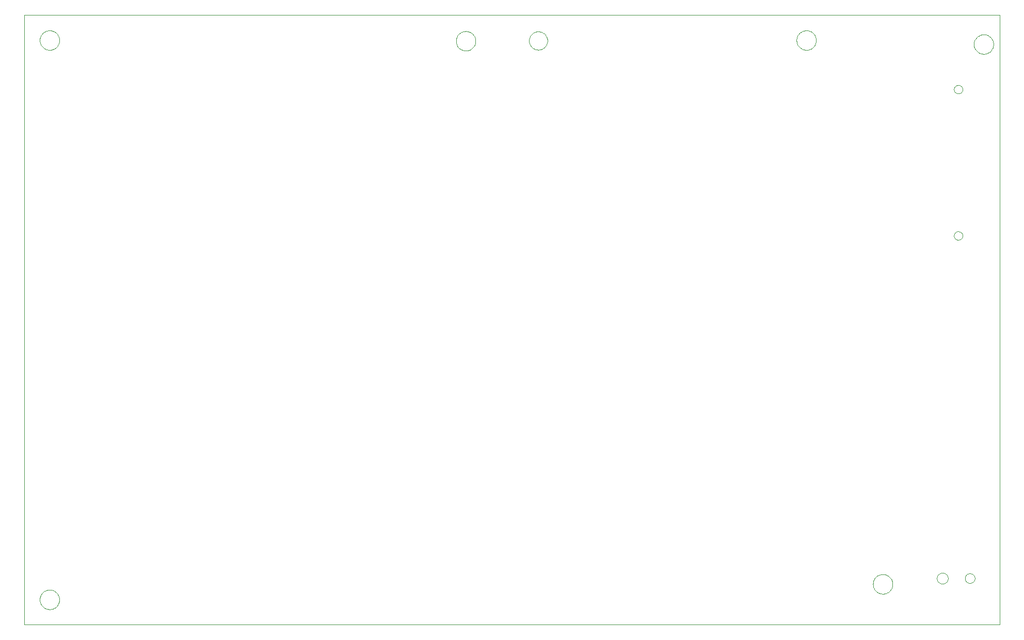
<source format=gbp>
G75*
G70*
%OFA0B0*%
%FSLAX24Y24*%
%IPPOS*%
%LPD*%
%AMOC8*
5,1,8,0,0,1.08239X$1,22.5*
%
%ADD10C,0.0000*%
D10*
X000750Y000400D02*
X000750Y039770D01*
X063742Y039770D01*
X063742Y000400D01*
X000750Y000400D01*
X001745Y002025D02*
X001747Y002075D01*
X001753Y002125D01*
X001763Y002174D01*
X001777Y002222D01*
X001794Y002269D01*
X001815Y002314D01*
X001840Y002358D01*
X001868Y002399D01*
X001900Y002438D01*
X001934Y002475D01*
X001971Y002509D01*
X002011Y002539D01*
X002053Y002566D01*
X002097Y002590D01*
X002143Y002611D01*
X002190Y002627D01*
X002238Y002640D01*
X002288Y002649D01*
X002337Y002654D01*
X002388Y002655D01*
X002438Y002652D01*
X002487Y002645D01*
X002536Y002634D01*
X002584Y002619D01*
X002630Y002601D01*
X002675Y002579D01*
X002718Y002553D01*
X002759Y002524D01*
X002798Y002492D01*
X002834Y002457D01*
X002866Y002419D01*
X002896Y002379D01*
X002923Y002336D01*
X002946Y002292D01*
X002965Y002246D01*
X002981Y002198D01*
X002993Y002149D01*
X003001Y002100D01*
X003005Y002050D01*
X003005Y002000D01*
X003001Y001950D01*
X002993Y001901D01*
X002981Y001852D01*
X002965Y001804D01*
X002946Y001758D01*
X002923Y001714D01*
X002896Y001671D01*
X002866Y001631D01*
X002834Y001593D01*
X002798Y001558D01*
X002759Y001526D01*
X002718Y001497D01*
X002675Y001471D01*
X002630Y001449D01*
X002584Y001431D01*
X002536Y001416D01*
X002487Y001405D01*
X002438Y001398D01*
X002388Y001395D01*
X002337Y001396D01*
X002288Y001401D01*
X002238Y001410D01*
X002190Y001423D01*
X002143Y001439D01*
X002097Y001460D01*
X002053Y001484D01*
X002011Y001511D01*
X001971Y001541D01*
X001934Y001575D01*
X001900Y001612D01*
X001868Y001651D01*
X001840Y001692D01*
X001815Y001736D01*
X001794Y001781D01*
X001777Y001828D01*
X001763Y001876D01*
X001753Y001925D01*
X001747Y001975D01*
X001745Y002025D01*
X055558Y003025D02*
X055560Y003075D01*
X055566Y003125D01*
X055576Y003174D01*
X055590Y003222D01*
X055607Y003269D01*
X055628Y003314D01*
X055653Y003358D01*
X055681Y003399D01*
X055713Y003438D01*
X055747Y003475D01*
X055784Y003509D01*
X055824Y003539D01*
X055866Y003566D01*
X055910Y003590D01*
X055956Y003611D01*
X056003Y003627D01*
X056051Y003640D01*
X056101Y003649D01*
X056150Y003654D01*
X056201Y003655D01*
X056251Y003652D01*
X056300Y003645D01*
X056349Y003634D01*
X056397Y003619D01*
X056443Y003601D01*
X056488Y003579D01*
X056531Y003553D01*
X056572Y003524D01*
X056611Y003492D01*
X056647Y003457D01*
X056679Y003419D01*
X056709Y003379D01*
X056736Y003336D01*
X056759Y003292D01*
X056778Y003246D01*
X056794Y003198D01*
X056806Y003149D01*
X056814Y003100D01*
X056818Y003050D01*
X056818Y003000D01*
X056814Y002950D01*
X056806Y002901D01*
X056794Y002852D01*
X056778Y002804D01*
X056759Y002758D01*
X056736Y002714D01*
X056709Y002671D01*
X056679Y002631D01*
X056647Y002593D01*
X056611Y002558D01*
X056572Y002526D01*
X056531Y002497D01*
X056488Y002471D01*
X056443Y002449D01*
X056397Y002431D01*
X056349Y002416D01*
X056300Y002405D01*
X056251Y002398D01*
X056201Y002395D01*
X056150Y002396D01*
X056101Y002401D01*
X056051Y002410D01*
X056003Y002423D01*
X055956Y002439D01*
X055910Y002460D01*
X055866Y002484D01*
X055824Y002511D01*
X055784Y002541D01*
X055747Y002575D01*
X055713Y002612D01*
X055681Y002651D01*
X055653Y002692D01*
X055628Y002736D01*
X055607Y002781D01*
X055590Y002828D01*
X055576Y002876D01*
X055566Y002925D01*
X055560Y002975D01*
X055558Y003025D01*
X059687Y003400D02*
X059689Y003437D01*
X059695Y003474D01*
X059704Y003509D01*
X059718Y003544D01*
X059734Y003577D01*
X059755Y003608D01*
X059778Y003637D01*
X059804Y003663D01*
X059833Y003686D01*
X059864Y003707D01*
X059897Y003723D01*
X059932Y003737D01*
X059967Y003746D01*
X060004Y003752D01*
X060041Y003754D01*
X060078Y003752D01*
X060115Y003746D01*
X060150Y003737D01*
X060185Y003723D01*
X060218Y003707D01*
X060249Y003686D01*
X060278Y003663D01*
X060304Y003637D01*
X060327Y003608D01*
X060348Y003577D01*
X060364Y003544D01*
X060378Y003509D01*
X060387Y003474D01*
X060393Y003437D01*
X060395Y003400D01*
X060393Y003363D01*
X060387Y003326D01*
X060378Y003291D01*
X060364Y003256D01*
X060348Y003223D01*
X060327Y003192D01*
X060304Y003163D01*
X060278Y003137D01*
X060249Y003114D01*
X060218Y003093D01*
X060185Y003077D01*
X060150Y003063D01*
X060115Y003054D01*
X060078Y003048D01*
X060041Y003046D01*
X060004Y003048D01*
X059967Y003054D01*
X059932Y003063D01*
X059897Y003077D01*
X059864Y003093D01*
X059833Y003114D01*
X059804Y003137D01*
X059778Y003163D01*
X059755Y003192D01*
X059734Y003223D01*
X059718Y003256D01*
X059704Y003291D01*
X059695Y003326D01*
X059689Y003363D01*
X059687Y003400D01*
X061498Y003400D02*
X061500Y003435D01*
X061506Y003470D01*
X061516Y003504D01*
X061529Y003537D01*
X061546Y003568D01*
X061567Y003596D01*
X061590Y003623D01*
X061617Y003646D01*
X061645Y003667D01*
X061676Y003684D01*
X061709Y003697D01*
X061743Y003707D01*
X061778Y003713D01*
X061813Y003715D01*
X061848Y003713D01*
X061883Y003707D01*
X061917Y003697D01*
X061950Y003684D01*
X061981Y003667D01*
X062009Y003646D01*
X062036Y003623D01*
X062059Y003596D01*
X062080Y003568D01*
X062097Y003537D01*
X062110Y003504D01*
X062120Y003470D01*
X062126Y003435D01*
X062128Y003400D01*
X062126Y003365D01*
X062120Y003330D01*
X062110Y003296D01*
X062097Y003263D01*
X062080Y003232D01*
X062059Y003204D01*
X062036Y003177D01*
X062009Y003154D01*
X061981Y003133D01*
X061950Y003116D01*
X061917Y003103D01*
X061883Y003093D01*
X061848Y003087D01*
X061813Y003085D01*
X061778Y003087D01*
X061743Y003093D01*
X061709Y003103D01*
X061676Y003116D01*
X061645Y003133D01*
X061617Y003154D01*
X061590Y003177D01*
X061567Y003204D01*
X061546Y003232D01*
X061529Y003263D01*
X061516Y003296D01*
X061506Y003330D01*
X061500Y003365D01*
X061498Y003400D01*
X060787Y025527D02*
X060789Y025560D01*
X060795Y025592D01*
X060804Y025623D01*
X060817Y025653D01*
X060834Y025681D01*
X060854Y025707D01*
X060877Y025731D01*
X060902Y025751D01*
X060930Y025769D01*
X060959Y025783D01*
X060990Y025793D01*
X061022Y025800D01*
X061055Y025803D01*
X061088Y025802D01*
X061120Y025797D01*
X061151Y025788D01*
X061182Y025776D01*
X061210Y025760D01*
X061237Y025741D01*
X061261Y025719D01*
X061282Y025694D01*
X061301Y025667D01*
X061316Y025638D01*
X061327Y025608D01*
X061335Y025576D01*
X061339Y025543D01*
X061339Y025511D01*
X061335Y025478D01*
X061327Y025446D01*
X061316Y025416D01*
X061301Y025387D01*
X061282Y025360D01*
X061261Y025335D01*
X061237Y025313D01*
X061210Y025294D01*
X061182Y025278D01*
X061151Y025266D01*
X061120Y025257D01*
X061088Y025252D01*
X061055Y025251D01*
X061022Y025254D01*
X060990Y025261D01*
X060959Y025271D01*
X060930Y025285D01*
X060902Y025303D01*
X060877Y025323D01*
X060854Y025347D01*
X060834Y025373D01*
X060817Y025401D01*
X060804Y025431D01*
X060795Y025462D01*
X060789Y025494D01*
X060787Y025527D01*
X060787Y034976D02*
X060789Y035009D01*
X060795Y035041D01*
X060804Y035072D01*
X060817Y035102D01*
X060834Y035130D01*
X060854Y035156D01*
X060877Y035180D01*
X060902Y035200D01*
X060930Y035218D01*
X060959Y035232D01*
X060990Y035242D01*
X061022Y035249D01*
X061055Y035252D01*
X061088Y035251D01*
X061120Y035246D01*
X061151Y035237D01*
X061182Y035225D01*
X061210Y035209D01*
X061237Y035190D01*
X061261Y035168D01*
X061282Y035143D01*
X061301Y035116D01*
X061316Y035087D01*
X061327Y035057D01*
X061335Y035025D01*
X061339Y034992D01*
X061339Y034960D01*
X061335Y034927D01*
X061327Y034895D01*
X061316Y034865D01*
X061301Y034836D01*
X061282Y034809D01*
X061261Y034784D01*
X061237Y034762D01*
X061210Y034743D01*
X061182Y034727D01*
X061151Y034715D01*
X061120Y034706D01*
X061088Y034701D01*
X061055Y034700D01*
X061022Y034703D01*
X060990Y034710D01*
X060959Y034720D01*
X060930Y034734D01*
X060902Y034752D01*
X060877Y034772D01*
X060854Y034796D01*
X060834Y034822D01*
X060817Y034850D01*
X060804Y034880D01*
X060795Y034911D01*
X060789Y034943D01*
X060787Y034976D01*
X062073Y037891D02*
X062075Y037941D01*
X062081Y037991D01*
X062091Y038040D01*
X062105Y038088D01*
X062122Y038135D01*
X062143Y038180D01*
X062168Y038224D01*
X062196Y038265D01*
X062228Y038304D01*
X062262Y038341D01*
X062299Y038375D01*
X062339Y038405D01*
X062381Y038432D01*
X062425Y038456D01*
X062471Y038477D01*
X062518Y038493D01*
X062566Y038506D01*
X062616Y038515D01*
X062665Y038520D01*
X062716Y038521D01*
X062766Y038518D01*
X062815Y038511D01*
X062864Y038500D01*
X062912Y038485D01*
X062958Y038467D01*
X063003Y038445D01*
X063046Y038419D01*
X063087Y038390D01*
X063126Y038358D01*
X063162Y038323D01*
X063194Y038285D01*
X063224Y038245D01*
X063251Y038202D01*
X063274Y038158D01*
X063293Y038112D01*
X063309Y038064D01*
X063321Y038015D01*
X063329Y037966D01*
X063333Y037916D01*
X063333Y037866D01*
X063329Y037816D01*
X063321Y037767D01*
X063309Y037718D01*
X063293Y037670D01*
X063274Y037624D01*
X063251Y037580D01*
X063224Y037537D01*
X063194Y037497D01*
X063162Y037459D01*
X063126Y037424D01*
X063087Y037392D01*
X063046Y037363D01*
X063003Y037337D01*
X062958Y037315D01*
X062912Y037297D01*
X062864Y037282D01*
X062815Y037271D01*
X062766Y037264D01*
X062716Y037261D01*
X062665Y037262D01*
X062616Y037267D01*
X062566Y037276D01*
X062518Y037289D01*
X062471Y037305D01*
X062425Y037326D01*
X062381Y037350D01*
X062339Y037377D01*
X062299Y037407D01*
X062262Y037441D01*
X062228Y037478D01*
X062196Y037517D01*
X062168Y037558D01*
X062143Y037602D01*
X062122Y037647D01*
X062105Y037694D01*
X062091Y037742D01*
X062081Y037791D01*
X062075Y037841D01*
X062073Y037891D01*
X050620Y038150D02*
X050622Y038200D01*
X050628Y038250D01*
X050638Y038299D01*
X050652Y038347D01*
X050669Y038394D01*
X050690Y038439D01*
X050715Y038483D01*
X050743Y038524D01*
X050775Y038563D01*
X050809Y038600D01*
X050846Y038634D01*
X050886Y038664D01*
X050928Y038691D01*
X050972Y038715D01*
X051018Y038736D01*
X051065Y038752D01*
X051113Y038765D01*
X051163Y038774D01*
X051212Y038779D01*
X051263Y038780D01*
X051313Y038777D01*
X051362Y038770D01*
X051411Y038759D01*
X051459Y038744D01*
X051505Y038726D01*
X051550Y038704D01*
X051593Y038678D01*
X051634Y038649D01*
X051673Y038617D01*
X051709Y038582D01*
X051741Y038544D01*
X051771Y038504D01*
X051798Y038461D01*
X051821Y038417D01*
X051840Y038371D01*
X051856Y038323D01*
X051868Y038274D01*
X051876Y038225D01*
X051880Y038175D01*
X051880Y038125D01*
X051876Y038075D01*
X051868Y038026D01*
X051856Y037977D01*
X051840Y037929D01*
X051821Y037883D01*
X051798Y037839D01*
X051771Y037796D01*
X051741Y037756D01*
X051709Y037718D01*
X051673Y037683D01*
X051634Y037651D01*
X051593Y037622D01*
X051550Y037596D01*
X051505Y037574D01*
X051459Y037556D01*
X051411Y037541D01*
X051362Y037530D01*
X051313Y037523D01*
X051263Y037520D01*
X051212Y037521D01*
X051163Y037526D01*
X051113Y037535D01*
X051065Y037548D01*
X051018Y037564D01*
X050972Y037585D01*
X050928Y037609D01*
X050886Y037636D01*
X050846Y037666D01*
X050809Y037700D01*
X050775Y037737D01*
X050743Y037776D01*
X050715Y037817D01*
X050690Y037861D01*
X050669Y037906D01*
X050652Y037953D01*
X050638Y038001D01*
X050628Y038050D01*
X050622Y038100D01*
X050620Y038150D01*
X033347Y038121D02*
X033349Y038169D01*
X033355Y038217D01*
X033365Y038264D01*
X033378Y038310D01*
X033396Y038355D01*
X033416Y038399D01*
X033441Y038441D01*
X033469Y038480D01*
X033499Y038517D01*
X033533Y038551D01*
X033570Y038583D01*
X033608Y038612D01*
X033649Y038637D01*
X033692Y038659D01*
X033737Y038677D01*
X033783Y038691D01*
X033830Y038702D01*
X033878Y038709D01*
X033926Y038712D01*
X033974Y038711D01*
X034022Y038706D01*
X034070Y038697D01*
X034116Y038685D01*
X034161Y038668D01*
X034205Y038648D01*
X034247Y038625D01*
X034287Y038598D01*
X034325Y038568D01*
X034360Y038535D01*
X034392Y038499D01*
X034422Y038461D01*
X034448Y038420D01*
X034470Y038377D01*
X034490Y038333D01*
X034505Y038288D01*
X034517Y038241D01*
X034525Y038193D01*
X034529Y038145D01*
X034529Y038097D01*
X034525Y038049D01*
X034517Y038001D01*
X034505Y037954D01*
X034490Y037909D01*
X034470Y037865D01*
X034448Y037822D01*
X034422Y037781D01*
X034392Y037743D01*
X034360Y037707D01*
X034325Y037674D01*
X034287Y037644D01*
X034247Y037617D01*
X034205Y037594D01*
X034161Y037574D01*
X034116Y037557D01*
X034070Y037545D01*
X034022Y037536D01*
X033974Y037531D01*
X033926Y037530D01*
X033878Y037533D01*
X033830Y037540D01*
X033783Y037551D01*
X033737Y037565D01*
X033692Y037583D01*
X033649Y037605D01*
X033608Y037630D01*
X033570Y037659D01*
X033533Y037691D01*
X033499Y037725D01*
X033469Y037762D01*
X033441Y037801D01*
X033416Y037843D01*
X033396Y037887D01*
X033378Y037932D01*
X033365Y037978D01*
X033355Y038025D01*
X033349Y038073D01*
X033347Y038121D01*
X028629Y038103D02*
X028631Y038153D01*
X028637Y038203D01*
X028647Y038252D01*
X028661Y038300D01*
X028678Y038347D01*
X028699Y038392D01*
X028724Y038436D01*
X028752Y038477D01*
X028784Y038516D01*
X028818Y038553D01*
X028855Y038587D01*
X028895Y038617D01*
X028937Y038644D01*
X028981Y038668D01*
X029027Y038689D01*
X029074Y038705D01*
X029122Y038718D01*
X029172Y038727D01*
X029221Y038732D01*
X029272Y038733D01*
X029322Y038730D01*
X029371Y038723D01*
X029420Y038712D01*
X029468Y038697D01*
X029514Y038679D01*
X029559Y038657D01*
X029602Y038631D01*
X029643Y038602D01*
X029682Y038570D01*
X029718Y038535D01*
X029750Y038497D01*
X029780Y038457D01*
X029807Y038414D01*
X029830Y038370D01*
X029849Y038324D01*
X029865Y038276D01*
X029877Y038227D01*
X029885Y038178D01*
X029889Y038128D01*
X029889Y038078D01*
X029885Y038028D01*
X029877Y037979D01*
X029865Y037930D01*
X029849Y037882D01*
X029830Y037836D01*
X029807Y037792D01*
X029780Y037749D01*
X029750Y037709D01*
X029718Y037671D01*
X029682Y037636D01*
X029643Y037604D01*
X029602Y037575D01*
X029559Y037549D01*
X029514Y037527D01*
X029468Y037509D01*
X029420Y037494D01*
X029371Y037483D01*
X029322Y037476D01*
X029272Y037473D01*
X029221Y037474D01*
X029172Y037479D01*
X029122Y037488D01*
X029074Y037501D01*
X029027Y037517D01*
X028981Y037538D01*
X028937Y037562D01*
X028895Y037589D01*
X028855Y037619D01*
X028818Y037653D01*
X028784Y037690D01*
X028752Y037729D01*
X028724Y037770D01*
X028699Y037814D01*
X028678Y037859D01*
X028661Y037906D01*
X028647Y037954D01*
X028637Y038003D01*
X028631Y038053D01*
X028629Y038103D01*
X001745Y038150D02*
X001747Y038200D01*
X001753Y038250D01*
X001763Y038299D01*
X001777Y038347D01*
X001794Y038394D01*
X001815Y038439D01*
X001840Y038483D01*
X001868Y038524D01*
X001900Y038563D01*
X001934Y038600D01*
X001971Y038634D01*
X002011Y038664D01*
X002053Y038691D01*
X002097Y038715D01*
X002143Y038736D01*
X002190Y038752D01*
X002238Y038765D01*
X002288Y038774D01*
X002337Y038779D01*
X002388Y038780D01*
X002438Y038777D01*
X002487Y038770D01*
X002536Y038759D01*
X002584Y038744D01*
X002630Y038726D01*
X002675Y038704D01*
X002718Y038678D01*
X002759Y038649D01*
X002798Y038617D01*
X002834Y038582D01*
X002866Y038544D01*
X002896Y038504D01*
X002923Y038461D01*
X002946Y038417D01*
X002965Y038371D01*
X002981Y038323D01*
X002993Y038274D01*
X003001Y038225D01*
X003005Y038175D01*
X003005Y038125D01*
X003001Y038075D01*
X002993Y038026D01*
X002981Y037977D01*
X002965Y037929D01*
X002946Y037883D01*
X002923Y037839D01*
X002896Y037796D01*
X002866Y037756D01*
X002834Y037718D01*
X002798Y037683D01*
X002759Y037651D01*
X002718Y037622D01*
X002675Y037596D01*
X002630Y037574D01*
X002584Y037556D01*
X002536Y037541D01*
X002487Y037530D01*
X002438Y037523D01*
X002388Y037520D01*
X002337Y037521D01*
X002288Y037526D01*
X002238Y037535D01*
X002190Y037548D01*
X002143Y037564D01*
X002097Y037585D01*
X002053Y037609D01*
X002011Y037636D01*
X001971Y037666D01*
X001934Y037700D01*
X001900Y037737D01*
X001868Y037776D01*
X001840Y037817D01*
X001815Y037861D01*
X001794Y037906D01*
X001777Y037953D01*
X001763Y038001D01*
X001753Y038050D01*
X001747Y038100D01*
X001745Y038150D01*
M02*

</source>
